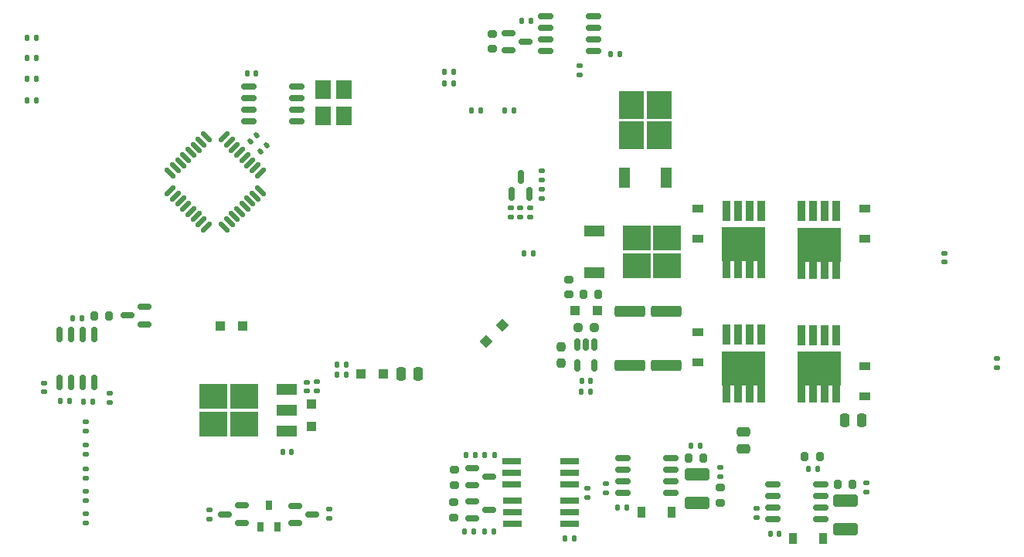
<source format=gbr>
%TF.GenerationSoftware,KiCad,Pcbnew,(6.0.11)*%
%TF.CreationDate,2024-02-10T22:55:27+09:00*%
%TF.ProjectId,LargeMD,4c617267-654d-4442-9e6b-696361645f70,rev?*%
%TF.SameCoordinates,Original*%
%TF.FileFunction,Paste,Bot*%
%TF.FilePolarity,Positive*%
%FSLAX46Y46*%
G04 Gerber Fmt 4.6, Leading zero omitted, Abs format (unit mm)*
G04 Created by KiCad (PCBNEW (6.0.11)) date 2024-02-10 22:55:27*
%MOMM*%
%LPD*%
G01*
G04 APERTURE LIST*
G04 Aperture macros list*
%AMRoundRect*
0 Rectangle with rounded corners*
0 $1 Rounding radius*
0 $2 $3 $4 $5 $6 $7 $8 $9 X,Y pos of 4 corners*
0 Add a 4 corners polygon primitive as box body*
4,1,4,$2,$3,$4,$5,$6,$7,$8,$9,$2,$3,0*
0 Add four circle primitives for the rounded corners*
1,1,$1+$1,$2,$3*
1,1,$1+$1,$4,$5*
1,1,$1+$1,$6,$7*
1,1,$1+$1,$8,$9*
0 Add four rect primitives between the rounded corners*
20,1,$1+$1,$2,$3,$4,$5,0*
20,1,$1+$1,$4,$5,$6,$7,0*
20,1,$1+$1,$6,$7,$8,$9,0*
20,1,$1+$1,$8,$9,$2,$3,0*%
%AMRotRect*
0 Rectangle, with rotation*
0 The origin of the aperture is its center*
0 $1 length*
0 $2 width*
0 $3 Rotation angle, in degrees counterclockwise*
0 Add horizontal line*
21,1,$1,$2,0,0,$3*%
G04 Aperture macros list end*
%ADD10RoundRect,0.250000X1.100000X-0.412500X1.100000X0.412500X-1.100000X0.412500X-1.100000X-0.412500X0*%
%ADD11RoundRect,0.135000X0.185000X-0.135000X0.185000X0.135000X-0.185000X0.135000X-0.185000X-0.135000X0*%
%ADD12RoundRect,0.135000X-0.135000X-0.185000X0.135000X-0.185000X0.135000X0.185000X-0.135000X0.185000X0*%
%ADD13RoundRect,0.250000X1.425000X-0.362500X1.425000X0.362500X-1.425000X0.362500X-1.425000X-0.362500X0*%
%ADD14RoundRect,0.140000X-0.170000X0.140000X-0.170000X-0.140000X0.170000X-0.140000X0.170000X0.140000X0*%
%ADD15R,0.900000X1.200000*%
%ADD16RoundRect,0.140000X-0.140000X-0.170000X0.140000X-0.170000X0.140000X0.170000X-0.140000X0.170000X0*%
%ADD17R,3.050000X2.750000*%
%ADD18R,2.200000X1.200000*%
%ADD19RoundRect,0.135000X-0.185000X0.135000X-0.185000X-0.135000X0.185000X-0.135000X0.185000X0.135000X0*%
%ADD20R,1.800000X2.100000*%
%ADD21RoundRect,0.150000X-0.150000X0.512500X-0.150000X-0.512500X0.150000X-0.512500X0.150000X0.512500X0*%
%ADD22RoundRect,0.250000X-0.250000X-0.475000X0.250000X-0.475000X0.250000X0.475000X-0.250000X0.475000X0*%
%ADD23RoundRect,0.150000X0.587500X0.150000X-0.587500X0.150000X-0.587500X-0.150000X0.587500X-0.150000X0*%
%ADD24RoundRect,0.150000X-0.587500X-0.150000X0.587500X-0.150000X0.587500X0.150000X-0.587500X0.150000X0*%
%ADD25RoundRect,0.140000X0.021213X-0.219203X0.219203X-0.021213X-0.021213X0.219203X-0.219203X0.021213X0*%
%ADD26RoundRect,0.200000X0.200000X0.275000X-0.200000X0.275000X-0.200000X-0.275000X0.200000X-0.275000X0*%
%ADD27RoundRect,0.135000X0.135000X0.185000X-0.135000X0.185000X-0.135000X-0.185000X0.135000X-0.185000X0*%
%ADD28RoundRect,0.150000X0.150000X-0.587500X0.150000X0.587500X-0.150000X0.587500X-0.150000X-0.587500X0*%
%ADD29RoundRect,0.200000X0.275000X-0.200000X0.275000X0.200000X-0.275000X0.200000X-0.275000X-0.200000X0*%
%ADD30R,0.850000X2.225000*%
%ADD31R,4.700000X3.750000*%
%ADD32R,0.850000X1.825000*%
%ADD33R,2.000000X0.640000*%
%ADD34RoundRect,0.250000X-0.475000X0.250000X-0.475000X-0.250000X0.475000X-0.250000X0.475000X0.250000X0*%
%ADD35R,1.000000X1.000000*%
%ADD36RoundRect,0.125000X0.353553X0.530330X-0.530330X-0.353553X-0.353553X-0.530330X0.530330X0.353553X0*%
%ADD37RoundRect,0.125000X-0.353553X0.530330X-0.530330X0.353553X0.353553X-0.530330X0.530330X-0.353553X0*%
%ADD38RoundRect,0.200000X-0.275000X0.200000X-0.275000X-0.200000X0.275000X-0.200000X0.275000X0.200000X0*%
%ADD39RotRect,1.000000X1.000000X45.000000*%
%ADD40RoundRect,0.140000X0.170000X-0.140000X0.170000X0.140000X-0.170000X0.140000X-0.170000X-0.140000X0*%
%ADD41R,1.200000X0.900000*%
%ADD42RoundRect,0.140000X0.140000X0.170000X-0.140000X0.170000X-0.140000X-0.170000X0.140000X-0.170000X0*%
%ADD43R,2.750000X3.050000*%
%ADD44R,1.200000X2.200000*%
%ADD45R,0.700000X1.000000*%
%ADD46RoundRect,0.200000X-0.200000X-0.275000X0.200000X-0.275000X0.200000X0.275000X-0.200000X0.275000X0*%
%ADD47RoundRect,0.150000X-0.675000X-0.150000X0.675000X-0.150000X0.675000X0.150000X-0.675000X0.150000X0*%
%ADD48RoundRect,0.237500X-0.250000X-0.237500X0.250000X-0.237500X0.250000X0.237500X-0.250000X0.237500X0*%
%ADD49RoundRect,0.150000X-0.150000X0.675000X-0.150000X-0.675000X0.150000X-0.675000X0.150000X0.675000X0*%
%ADD50RoundRect,0.237500X-0.237500X0.250000X-0.237500X-0.250000X0.237500X-0.250000X0.237500X0.250000X0*%
%ADD51RoundRect,0.150000X0.675000X0.150000X-0.675000X0.150000X-0.675000X-0.150000X0.675000X-0.150000X0*%
G04 APERTURE END LIST*
D10*
%TO.C,C30*%
X117850000Y-89832500D03*
X117850000Y-86707500D03*
%TD*%
D11*
%TO.C,R55*%
X107900000Y-88710000D03*
X107900000Y-87690000D03*
%TD*%
D12*
%TO.C,R48*%
X94642781Y-84600000D03*
X95662781Y-84600000D03*
%TD*%
D13*
%TO.C,R68*%
X110500000Y-74812500D03*
X110500000Y-68887500D03*
%TD*%
D14*
%TO.C,C1*%
X98534264Y-57520000D03*
X98534264Y-58480000D03*
%TD*%
D15*
%TO.C,D17*%
X115100000Y-90900000D03*
X111800000Y-90900000D03*
%TD*%
D11*
%TO.C,R5*%
X50900000Y-89560000D03*
X50900000Y-88540000D03*
%TD*%
D16*
%TO.C,C5*%
X72470000Y-84250000D03*
X73430000Y-84250000D03*
%TD*%
D17*
%TO.C,Q3*%
X111250000Y-60775000D03*
X111250000Y-63825000D03*
X114600000Y-60775000D03*
X114600000Y-63825000D03*
D18*
X106625000Y-64580000D03*
X106625000Y-60020000D03*
%TD*%
D19*
%TO.C,R19*%
X64500000Y-90570000D03*
X64500000Y-91590000D03*
%TD*%
D12*
%TO.C,R20*%
X78440000Y-74700000D03*
X79460000Y-74700000D03*
%TD*%
D20*
%TO.C,Y1*%
X79220000Y-44540000D03*
X79220000Y-47440000D03*
X76920000Y-47440000D03*
X76920000Y-44540000D03*
%TD*%
D14*
%TO.C,C26*%
X46350000Y-76720000D03*
X46350000Y-77680000D03*
%TD*%
D19*
%TO.C,R18*%
X77560000Y-90510000D03*
X77560000Y-91530000D03*
%TD*%
D21*
%TO.C,U4*%
X104750000Y-72502500D03*
X105700000Y-72502500D03*
X106650000Y-72502500D03*
X106650000Y-74777500D03*
X104750000Y-74777500D03*
%TD*%
D19*
%TO.C,R67*%
X150750000Y-73990000D03*
X150750000Y-75010000D03*
%TD*%
D22*
%TO.C,C3*%
X85450000Y-75750000D03*
X87350000Y-75750000D03*
%TD*%
D11*
%TO.C,R7*%
X100884264Y-54470000D03*
X100884264Y-53450000D03*
%TD*%
D23*
%TO.C,Q6*%
X68000000Y-90130000D03*
X68000000Y-92030000D03*
X66125000Y-91080000D03*
%TD*%
D12*
%TO.C,R56*%
X90190000Y-42625000D03*
X91210000Y-42625000D03*
%TD*%
D15*
%TO.C,D16*%
X131690000Y-93720000D03*
X128390000Y-93720000D03*
%TD*%
D24*
%TO.C,Q15*%
X97232500Y-40260000D03*
X97232500Y-38360000D03*
X99107500Y-39310000D03*
%TD*%
D25*
%TO.C,C10*%
X70041476Y-51333123D03*
X70720298Y-50654301D03*
%TD*%
D26*
%TO.C,R11*%
X107075000Y-66950000D03*
X105425000Y-66950000D03*
%TD*%
D27*
%TO.C,R36*%
X97860000Y-46830000D03*
X96840000Y-46830000D03*
%TD*%
D28*
%TO.C,Q2*%
X99500000Y-56000000D03*
X97600000Y-56000000D03*
X98550000Y-54125000D03*
%TD*%
D14*
%TO.C,C25*%
X104980000Y-41940000D03*
X104980000Y-42900000D03*
%TD*%
D27*
%TO.C,R53*%
X49160000Y-78700000D03*
X48140000Y-78700000D03*
%TD*%
D29*
%TO.C,R60*%
X120450000Y-89815000D03*
X120450000Y-88165000D03*
%TD*%
D27*
%TO.C,R16*%
X45480000Y-38910000D03*
X44460000Y-38910000D03*
%TD*%
D13*
%TO.C,R37*%
X114500000Y-74812500D03*
X114500000Y-68887500D03*
%TD*%
D30*
%TO.C,Q20*%
X129345000Y-57862500D03*
X130615000Y-57862500D03*
X131885000Y-57862500D03*
X133155000Y-57862500D03*
D31*
X131250000Y-61550000D03*
D32*
X129345000Y-64337500D03*
X130615000Y-64337500D03*
X131885000Y-64337500D03*
X133155000Y-64337500D03*
%TD*%
D29*
%TO.C,R12*%
X103810000Y-67025000D03*
X103810000Y-65375000D03*
%TD*%
D14*
%TO.C,C24*%
X105877781Y-88270000D03*
X105877781Y-89230000D03*
%TD*%
D27*
%TO.C,R44*%
X93587781Y-84625000D03*
X92567781Y-84625000D03*
%TD*%
D33*
%TO.C,U7*%
X97627780Y-92170001D03*
X97627780Y-90900001D03*
X97627780Y-89630001D03*
X103927780Y-89630001D03*
X103927780Y-90900001D03*
X103927780Y-92170001D03*
%TD*%
D17*
%TO.C,U2*%
X64925000Y-78175000D03*
X64925000Y-81225000D03*
X68275000Y-78175000D03*
X68275000Y-81225000D03*
D18*
X72900000Y-77420000D03*
X72900000Y-79700000D03*
X72900000Y-81980000D03*
%TD*%
D33*
%TO.C,U8*%
X97602781Y-87795000D03*
X97602781Y-86525000D03*
X97602781Y-85255000D03*
X103902781Y-85255000D03*
X103902781Y-86525000D03*
X103902781Y-87795000D03*
%TD*%
D12*
%TO.C,R66*%
X117240000Y-83550000D03*
X118260000Y-83550000D03*
%TD*%
D34*
%TO.C,C21*%
X123000000Y-82050000D03*
X123000000Y-83950000D03*
%TD*%
D27*
%TO.C,R52*%
X51660000Y-78750000D03*
X50640000Y-78750000D03*
%TD*%
D12*
%TO.C,R47*%
X94567781Y-92975000D03*
X95587781Y-92975000D03*
%TD*%
D35*
%TO.C,D8*%
X75650000Y-81500000D03*
X75650000Y-79000000D03*
%TD*%
D36*
%TO.C,U3*%
X66062272Y-49727930D03*
X66627957Y-50293616D03*
X67193643Y-50859301D03*
X67759328Y-51424986D03*
X68325014Y-51990672D03*
X68890699Y-52556357D03*
X69456384Y-53122043D03*
X70022070Y-53687728D03*
D37*
X70022070Y-55632272D03*
X69456384Y-56197957D03*
X68890699Y-56763643D03*
X68325014Y-57329328D03*
X67759328Y-57895014D03*
X67193643Y-58460699D03*
X66627957Y-59026384D03*
X66062272Y-59592070D03*
D36*
X64117728Y-59592070D03*
X63552043Y-59026384D03*
X62986357Y-58460699D03*
X62420672Y-57895014D03*
X61854986Y-57329328D03*
X61289301Y-56763643D03*
X60723616Y-56197957D03*
X60157930Y-55632272D03*
D37*
X60157930Y-53687728D03*
X60723616Y-53122043D03*
X61289301Y-52556357D03*
X61854986Y-51990672D03*
X62420672Y-51424986D03*
X62986357Y-50859301D03*
X63552043Y-50293616D03*
X64117728Y-49727930D03*
%TD*%
D38*
%TO.C,R38*%
X91252781Y-89800000D03*
X91252781Y-91450000D03*
%TD*%
D27*
%TO.C,R4*%
X99950000Y-62500000D03*
X98930000Y-62500000D03*
%TD*%
D11*
%TO.C,R64*%
X136400000Y-88630000D03*
X136400000Y-87610000D03*
%TD*%
D27*
%TO.C,R51*%
X91225000Y-43875000D03*
X90205000Y-43875000D03*
%TD*%
D39*
%TO.C,D15*%
X94806117Y-72133883D03*
X96573883Y-70366117D03*
%TD*%
D40*
%TO.C,C6*%
X75150000Y-77610000D03*
X75150000Y-76650000D03*
%TD*%
D41*
%TO.C,D23*%
X118000000Y-60900000D03*
X118000000Y-57600000D03*
%TD*%
D27*
%TO.C,R13*%
X45490000Y-41080000D03*
X44470000Y-41080000D03*
%TD*%
D19*
%TO.C,R65*%
X120440000Y-85920000D03*
X120440000Y-86940000D03*
%TD*%
D42*
%TO.C,C27*%
X126880000Y-93250000D03*
X125920000Y-93250000D03*
%TD*%
D43*
%TO.C,Q1*%
X113725000Y-46225000D03*
X113725000Y-49575000D03*
X110675000Y-46225000D03*
X110675000Y-49575000D03*
D44*
X114480000Y-54200000D03*
X109920000Y-54200000D03*
%TD*%
D30*
%TO.C,Q21*%
X121095000Y-71402500D03*
X122365000Y-71402500D03*
X123635000Y-71402500D03*
X124905000Y-71402500D03*
D32*
X121095000Y-77877500D03*
X124905000Y-77877500D03*
X122365000Y-77877500D03*
X123635000Y-77877500D03*
D31*
X123000000Y-75090000D03*
%TD*%
D45*
%TO.C,Q5*%
X71910000Y-92500000D03*
X70010000Y-92500000D03*
X70960000Y-90100000D03*
%TD*%
D46*
%TO.C,R58*%
X129695000Y-84790000D03*
X131345000Y-84790000D03*
%TD*%
D26*
%TO.C,R41*%
X53475000Y-69350000D03*
X51825000Y-69350000D03*
%TD*%
D41*
%TO.C,D21*%
X136250000Y-60900000D03*
X136250000Y-57600000D03*
%TD*%
D11*
%TO.C,R3*%
X50900000Y-87110000D03*
X50900000Y-86090000D03*
%TD*%
D27*
%TO.C,R15*%
X45530000Y-45700000D03*
X44510000Y-45700000D03*
%TD*%
D47*
%TO.C,U9*%
X126175000Y-91625000D03*
X126175000Y-90355000D03*
X126175000Y-89085000D03*
X126175000Y-87815000D03*
X131425000Y-87815000D03*
X131425000Y-89085000D03*
X131425000Y-90355000D03*
X131425000Y-91625000D03*
%TD*%
D19*
%TO.C,R57*%
X53550000Y-77790000D03*
X53550000Y-78810000D03*
%TD*%
D38*
%TO.C,R39*%
X91277781Y-86225000D03*
X91277781Y-87875000D03*
%TD*%
D47*
%TO.C,U10*%
X109775000Y-88755000D03*
X109775000Y-87485000D03*
X109775000Y-86215000D03*
X109775000Y-84945000D03*
X115025000Y-84945000D03*
X115025000Y-86215000D03*
X115025000Y-87485000D03*
X115025000Y-88755000D03*
%TD*%
D22*
%TO.C,C20*%
X134050000Y-80750000D03*
X135950000Y-80750000D03*
%TD*%
D41*
%TO.C,D20*%
X136250000Y-78150000D03*
X136250000Y-74850000D03*
%TD*%
D48*
%TO.C,R42*%
X104837500Y-70600000D03*
X106662500Y-70600000D03*
%TD*%
D19*
%TO.C,R8*%
X99560000Y-57490000D03*
X99560000Y-58510000D03*
%TD*%
%TO.C,R22*%
X76200000Y-76590000D03*
X76200000Y-77610000D03*
%TD*%
D46*
%TO.C,R61*%
X116925000Y-84900000D03*
X118575000Y-84900000D03*
%TD*%
D35*
%TO.C,D1*%
X107000000Y-68750000D03*
X104500000Y-68750000D03*
%TD*%
D10*
%TO.C,C29*%
X134160000Y-92692500D03*
X134160000Y-89567500D03*
%TD*%
D12*
%TO.C,R63*%
X130110000Y-86080000D03*
X131130000Y-86080000D03*
%TD*%
D11*
%TO.C,R54*%
X124400000Y-91430000D03*
X124400000Y-90410000D03*
%TD*%
D42*
%TO.C,C22*%
X106230000Y-76450000D03*
X105270000Y-76450000D03*
%TD*%
D27*
%TO.C,R45*%
X99680000Y-37040000D03*
X98660000Y-37040000D03*
%TD*%
D11*
%TO.C,R9*%
X97524264Y-58510000D03*
X97524264Y-57490000D03*
%TD*%
%TO.C,R2*%
X50900000Y-84510000D03*
X50900000Y-83490000D03*
%TD*%
D12*
%TO.C,R33*%
X93187500Y-46850000D03*
X94207500Y-46850000D03*
%TD*%
D42*
%TO.C,C28*%
X110150000Y-90320000D03*
X109190000Y-90320000D03*
%TD*%
D30*
%TO.C,Q19*%
X129335000Y-71442500D03*
X130605000Y-71442500D03*
X131875000Y-71442500D03*
X133145000Y-71442500D03*
D32*
X130605000Y-77917500D03*
X133145000Y-77917500D03*
X129335000Y-77917500D03*
D31*
X131240000Y-75130000D03*
D32*
X131875000Y-77917500D03*
%TD*%
D16*
%TO.C,C7*%
X68590000Y-42760000D03*
X69550000Y-42760000D03*
%TD*%
D11*
%TO.C,R6*%
X50900000Y-92060000D03*
X50900000Y-91040000D03*
%TD*%
D49*
%TO.C,U6*%
X47995000Y-71425000D03*
X49265000Y-71425000D03*
X50535000Y-71425000D03*
X51805000Y-71425000D03*
X51805000Y-76675000D03*
X50535000Y-76675000D03*
X49265000Y-76675000D03*
X47995000Y-76675000D03*
%TD*%
D12*
%TO.C,R50*%
X108420000Y-40640000D03*
X109440000Y-40640000D03*
%TD*%
D40*
%TO.C,C31*%
X145020000Y-63440000D03*
X145020000Y-62480000D03*
%TD*%
D24*
%TO.C,Q17*%
X93215281Y-91550000D03*
X93215281Y-89650000D03*
X95090281Y-90600000D03*
%TD*%
D41*
%TO.C,D22*%
X118000000Y-74400000D03*
X118000000Y-71100000D03*
%TD*%
D29*
%TO.C,R40*%
X95430000Y-40075000D03*
X95430000Y-38425000D03*
%TD*%
D42*
%TO.C,C23*%
X104407781Y-93750000D03*
X103447781Y-93750000D03*
%TD*%
D12*
%TO.C,R43*%
X92417781Y-93000000D03*
X93437781Y-93000000D03*
%TD*%
%TO.C,R46*%
X49440000Y-69600000D03*
X50460000Y-69600000D03*
%TD*%
D46*
%TO.C,R59*%
X133265000Y-87810000D03*
X134915000Y-87810000D03*
%TD*%
D47*
%TO.C,U5*%
X101285000Y-40295000D03*
X101285000Y-39025000D03*
X101285000Y-37755000D03*
X101285000Y-36485000D03*
X106535000Y-36485000D03*
X106535000Y-37755000D03*
X106535000Y-39025000D03*
X106535000Y-40295000D03*
%TD*%
D19*
%TO.C,R10*%
X100900000Y-55490000D03*
X100900000Y-56510000D03*
%TD*%
D27*
%TO.C,R17*%
X106230000Y-77620000D03*
X105210000Y-77620000D03*
%TD*%
D35*
%TO.C,D7*%
X83550000Y-75750000D03*
X81050000Y-75750000D03*
%TD*%
D23*
%TO.C,Q16*%
X57337500Y-68350000D03*
X57337500Y-70250000D03*
X55462500Y-69300000D03*
%TD*%
D42*
%TO.C,C4*%
X79430000Y-75800000D03*
X78470000Y-75800000D03*
%TD*%
D24*
%TO.C,Q18*%
X93265281Y-87900000D03*
X93265281Y-86000000D03*
X95140281Y-86950000D03*
%TD*%
D11*
%TO.C,R1*%
X50900000Y-82010000D03*
X50900000Y-80990000D03*
%TD*%
D35*
%TO.C,D9*%
X65620000Y-70490000D03*
X68120000Y-70490000D03*
%TD*%
D50*
%TO.C,R49*%
X103000000Y-72727500D03*
X103000000Y-74552500D03*
%TD*%
D27*
%TO.C,R14*%
X45500000Y-43340000D03*
X44480000Y-43340000D03*
%TD*%
D51*
%TO.C,U11*%
X74065000Y-44195000D03*
X74065000Y-45465000D03*
X74065000Y-46735000D03*
X74065000Y-48005000D03*
X68815000Y-48005000D03*
X68815000Y-46735000D03*
X68815000Y-45465000D03*
X68815000Y-44195000D03*
%TD*%
D30*
%TO.C,Q22*%
X121085000Y-57832500D03*
X122355000Y-57832500D03*
X123625000Y-57832500D03*
X124895000Y-57832500D03*
D32*
X122355000Y-64307500D03*
X123625000Y-64307500D03*
X124895000Y-64307500D03*
D31*
X122990000Y-61520000D03*
D32*
X121085000Y-64307500D03*
%TD*%
D24*
%TO.C,Q4*%
X73882500Y-92070000D03*
X73882500Y-90170000D03*
X75757500Y-91120000D03*
%TD*%
D25*
%TO.C,C11*%
X68917178Y-50208822D03*
X69596000Y-49530000D03*
%TD*%
M02*

</source>
